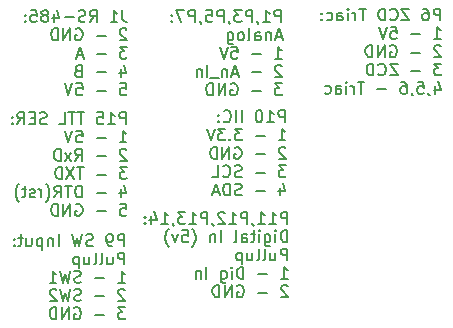
<source format=gbo>
G04 #@! TF.FileFunction,Legend,Bot*
%FSLAX46Y46*%
G04 Gerber Fmt 4.6, Leading zero omitted, Abs format (unit mm)*
G04 Created by KiCad (PCBNEW 4.0.2-stable) date 3/23/2016 2:13:11 PM*
%MOMM*%
G01*
G04 APERTURE LIST*
%ADD10C,0.100000*%
%ADD11C,0.150000*%
G04 APERTURE END LIST*
D10*
D11*
X132299105Y-85337981D02*
X132299105Y-84337981D01*
X131918152Y-84337981D01*
X131822914Y-84385600D01*
X131775295Y-84433219D01*
X131727676Y-84528457D01*
X131727676Y-84671314D01*
X131775295Y-84766552D01*
X131822914Y-84814171D01*
X131918152Y-84861790D01*
X132299105Y-84861790D01*
X130870533Y-84337981D02*
X131061010Y-84337981D01*
X131156248Y-84385600D01*
X131203867Y-84433219D01*
X131299105Y-84576076D01*
X131346724Y-84766552D01*
X131346724Y-85147505D01*
X131299105Y-85242743D01*
X131251486Y-85290362D01*
X131156248Y-85337981D01*
X130965771Y-85337981D01*
X130870533Y-85290362D01*
X130822914Y-85242743D01*
X130775295Y-85147505D01*
X130775295Y-84909410D01*
X130822914Y-84814171D01*
X130870533Y-84766552D01*
X130965771Y-84718933D01*
X131156248Y-84718933D01*
X131251486Y-84766552D01*
X131299105Y-84814171D01*
X131346724Y-84909410D01*
X129680057Y-84337981D02*
X129013390Y-84337981D01*
X129680057Y-85337981D01*
X129013390Y-85337981D01*
X128061009Y-85242743D02*
X128108628Y-85290362D01*
X128251485Y-85337981D01*
X128346723Y-85337981D01*
X128489581Y-85290362D01*
X128584819Y-85195124D01*
X128632438Y-85099886D01*
X128680057Y-84909410D01*
X128680057Y-84766552D01*
X128632438Y-84576076D01*
X128584819Y-84480838D01*
X128489581Y-84385600D01*
X128346723Y-84337981D01*
X128251485Y-84337981D01*
X128108628Y-84385600D01*
X128061009Y-84433219D01*
X127632438Y-85337981D02*
X127632438Y-84337981D01*
X127394343Y-84337981D01*
X127251485Y-84385600D01*
X127156247Y-84480838D01*
X127108628Y-84576076D01*
X127061009Y-84766552D01*
X127061009Y-84909410D01*
X127108628Y-85099886D01*
X127156247Y-85195124D01*
X127251485Y-85290362D01*
X127394343Y-85337981D01*
X127632438Y-85337981D01*
X126013390Y-84337981D02*
X125441961Y-84337981D01*
X125727676Y-85337981D02*
X125727676Y-84337981D01*
X125108628Y-85337981D02*
X125108628Y-84671314D01*
X125108628Y-84861790D02*
X125061009Y-84766552D01*
X125013390Y-84718933D01*
X124918152Y-84671314D01*
X124822913Y-84671314D01*
X124489580Y-85337981D02*
X124489580Y-84671314D01*
X124489580Y-84337981D02*
X124537199Y-84385600D01*
X124489580Y-84433219D01*
X124441961Y-84385600D01*
X124489580Y-84337981D01*
X124489580Y-84433219D01*
X123584818Y-85337981D02*
X123584818Y-84814171D01*
X123632437Y-84718933D01*
X123727675Y-84671314D01*
X123918152Y-84671314D01*
X124013390Y-84718933D01*
X123584818Y-85290362D02*
X123680056Y-85337981D01*
X123918152Y-85337981D01*
X124013390Y-85290362D01*
X124061009Y-85195124D01*
X124061009Y-85099886D01*
X124013390Y-85004648D01*
X123918152Y-84957029D01*
X123680056Y-84957029D01*
X123584818Y-84909410D01*
X122680056Y-85290362D02*
X122775294Y-85337981D01*
X122965771Y-85337981D01*
X123061009Y-85290362D01*
X123108628Y-85242743D01*
X123156247Y-85147505D01*
X123156247Y-84861790D01*
X123108628Y-84766552D01*
X123061009Y-84718933D01*
X122965771Y-84671314D01*
X122775294Y-84671314D01*
X122680056Y-84718933D01*
X122251485Y-85242743D02*
X122203866Y-85290362D01*
X122251485Y-85337981D01*
X122299104Y-85290362D01*
X122251485Y-85242743D01*
X122251485Y-85337981D01*
X122251485Y-84718933D02*
X122203866Y-84766552D01*
X122251485Y-84814171D01*
X122299104Y-84766552D01*
X122251485Y-84718933D01*
X122251485Y-84814171D01*
X131775295Y-86887981D02*
X132346724Y-86887981D01*
X132061010Y-86887981D02*
X132061010Y-85887981D01*
X132156248Y-86030838D01*
X132251486Y-86126076D01*
X132346724Y-86173695D01*
X130584819Y-86507029D02*
X129822914Y-86507029D01*
X128108628Y-85887981D02*
X128584819Y-85887981D01*
X128632438Y-86364171D01*
X128584819Y-86316552D01*
X128489581Y-86268933D01*
X128251485Y-86268933D01*
X128156247Y-86316552D01*
X128108628Y-86364171D01*
X128061009Y-86459410D01*
X128061009Y-86697505D01*
X128108628Y-86792743D01*
X128156247Y-86840362D01*
X128251485Y-86887981D01*
X128489581Y-86887981D01*
X128584819Y-86840362D01*
X128632438Y-86792743D01*
X127775295Y-85887981D02*
X127441962Y-86887981D01*
X127108628Y-85887981D01*
X132346724Y-87533219D02*
X132299105Y-87485600D01*
X132203867Y-87437981D01*
X131965771Y-87437981D01*
X131870533Y-87485600D01*
X131822914Y-87533219D01*
X131775295Y-87628457D01*
X131775295Y-87723695D01*
X131822914Y-87866552D01*
X132394343Y-88437981D01*
X131775295Y-88437981D01*
X130584819Y-88057029D02*
X129822914Y-88057029D01*
X128061009Y-87485600D02*
X128156247Y-87437981D01*
X128299104Y-87437981D01*
X128441962Y-87485600D01*
X128537200Y-87580838D01*
X128584819Y-87676076D01*
X128632438Y-87866552D01*
X128632438Y-88009410D01*
X128584819Y-88199886D01*
X128537200Y-88295124D01*
X128441962Y-88390362D01*
X128299104Y-88437981D01*
X128203866Y-88437981D01*
X128061009Y-88390362D01*
X128013390Y-88342743D01*
X128013390Y-88009410D01*
X128203866Y-88009410D01*
X127584819Y-88437981D02*
X127584819Y-87437981D01*
X127013390Y-88437981D01*
X127013390Y-87437981D01*
X126537200Y-88437981D02*
X126537200Y-87437981D01*
X126299105Y-87437981D01*
X126156247Y-87485600D01*
X126061009Y-87580838D01*
X126013390Y-87676076D01*
X125965771Y-87866552D01*
X125965771Y-88009410D01*
X126013390Y-88199886D01*
X126061009Y-88295124D01*
X126156247Y-88390362D01*
X126299105Y-88437981D01*
X126537200Y-88437981D01*
X132394343Y-88987981D02*
X131775295Y-88987981D01*
X132108629Y-89368933D01*
X131965771Y-89368933D01*
X131870533Y-89416552D01*
X131822914Y-89464171D01*
X131775295Y-89559410D01*
X131775295Y-89797505D01*
X131822914Y-89892743D01*
X131870533Y-89940362D01*
X131965771Y-89987981D01*
X132251486Y-89987981D01*
X132346724Y-89940362D01*
X132394343Y-89892743D01*
X130584819Y-89607029D02*
X129822914Y-89607029D01*
X128680057Y-88987981D02*
X128013390Y-88987981D01*
X128680057Y-89987981D01*
X128013390Y-89987981D01*
X127061009Y-89892743D02*
X127108628Y-89940362D01*
X127251485Y-89987981D01*
X127346723Y-89987981D01*
X127489581Y-89940362D01*
X127584819Y-89845124D01*
X127632438Y-89749886D01*
X127680057Y-89559410D01*
X127680057Y-89416552D01*
X127632438Y-89226076D01*
X127584819Y-89130838D01*
X127489581Y-89035600D01*
X127346723Y-88987981D01*
X127251485Y-88987981D01*
X127108628Y-89035600D01*
X127061009Y-89083219D01*
X126632438Y-89987981D02*
X126632438Y-88987981D01*
X126394343Y-88987981D01*
X126251485Y-89035600D01*
X126156247Y-89130838D01*
X126108628Y-89226076D01*
X126061009Y-89416552D01*
X126061009Y-89559410D01*
X126108628Y-89749886D01*
X126156247Y-89845124D01*
X126251485Y-89940362D01*
X126394343Y-89987981D01*
X126632438Y-89987981D01*
X131870533Y-90871314D02*
X131870533Y-91537981D01*
X132108629Y-90490362D02*
X132346724Y-91204648D01*
X131727676Y-91204648D01*
X131299105Y-91490362D02*
X131299105Y-91537981D01*
X131346724Y-91633219D01*
X131394343Y-91680838D01*
X130394343Y-90537981D02*
X130870534Y-90537981D01*
X130918153Y-91014171D01*
X130870534Y-90966552D01*
X130775296Y-90918933D01*
X130537200Y-90918933D01*
X130441962Y-90966552D01*
X130394343Y-91014171D01*
X130346724Y-91109410D01*
X130346724Y-91347505D01*
X130394343Y-91442743D01*
X130441962Y-91490362D01*
X130537200Y-91537981D01*
X130775296Y-91537981D01*
X130870534Y-91490362D01*
X130918153Y-91442743D01*
X129870534Y-91490362D02*
X129870534Y-91537981D01*
X129918153Y-91633219D01*
X129965772Y-91680838D01*
X129013391Y-90537981D02*
X129203868Y-90537981D01*
X129299106Y-90585600D01*
X129346725Y-90633219D01*
X129441963Y-90776076D01*
X129489582Y-90966552D01*
X129489582Y-91347505D01*
X129441963Y-91442743D01*
X129394344Y-91490362D01*
X129299106Y-91537981D01*
X129108629Y-91537981D01*
X129013391Y-91490362D01*
X128965772Y-91442743D01*
X128918153Y-91347505D01*
X128918153Y-91109410D01*
X128965772Y-91014171D01*
X129013391Y-90966552D01*
X129108629Y-90918933D01*
X129299106Y-90918933D01*
X129394344Y-90966552D01*
X129441963Y-91014171D01*
X129489582Y-91109410D01*
X127727677Y-91157029D02*
X126965772Y-91157029D01*
X125870534Y-90537981D02*
X125299105Y-90537981D01*
X125584820Y-91537981D02*
X125584820Y-90537981D01*
X124965772Y-91537981D02*
X124965772Y-90871314D01*
X124965772Y-91061790D02*
X124918153Y-90966552D01*
X124870534Y-90918933D01*
X124775296Y-90871314D01*
X124680057Y-90871314D01*
X124346724Y-91537981D02*
X124346724Y-90871314D01*
X124346724Y-90537981D02*
X124394343Y-90585600D01*
X124346724Y-90633219D01*
X124299105Y-90585600D01*
X124346724Y-90537981D01*
X124346724Y-90633219D01*
X123441962Y-91537981D02*
X123441962Y-91014171D01*
X123489581Y-90918933D01*
X123584819Y-90871314D01*
X123775296Y-90871314D01*
X123870534Y-90918933D01*
X123441962Y-91490362D02*
X123537200Y-91537981D01*
X123775296Y-91537981D01*
X123870534Y-91490362D01*
X123918153Y-91395124D01*
X123918153Y-91299886D01*
X123870534Y-91204648D01*
X123775296Y-91157029D01*
X123537200Y-91157029D01*
X123441962Y-91109410D01*
X122537200Y-91490362D02*
X122632438Y-91537981D01*
X122822915Y-91537981D01*
X122918153Y-91490362D01*
X122965772Y-91442743D01*
X123013391Y-91347505D01*
X123013391Y-91061790D01*
X122965772Y-90966552D01*
X122918153Y-90918933D01*
X122822915Y-90871314D01*
X122632438Y-90871314D01*
X122537200Y-90918933D01*
X119345105Y-102559181D02*
X119345105Y-101559181D01*
X118964152Y-101559181D01*
X118868914Y-101606800D01*
X118821295Y-101654419D01*
X118773676Y-101749657D01*
X118773676Y-101892514D01*
X118821295Y-101987752D01*
X118868914Y-102035371D01*
X118964152Y-102082990D01*
X119345105Y-102082990D01*
X117821295Y-102559181D02*
X118392724Y-102559181D01*
X118107010Y-102559181D02*
X118107010Y-101559181D01*
X118202248Y-101702038D01*
X118297486Y-101797276D01*
X118392724Y-101844895D01*
X116868914Y-102559181D02*
X117440343Y-102559181D01*
X117154629Y-102559181D02*
X117154629Y-101559181D01*
X117249867Y-101702038D01*
X117345105Y-101797276D01*
X117440343Y-101844895D01*
X116392724Y-102511562D02*
X116392724Y-102559181D01*
X116440343Y-102654419D01*
X116487962Y-102702038D01*
X115964153Y-102559181D02*
X115964153Y-101559181D01*
X115583200Y-101559181D01*
X115487962Y-101606800D01*
X115440343Y-101654419D01*
X115392724Y-101749657D01*
X115392724Y-101892514D01*
X115440343Y-101987752D01*
X115487962Y-102035371D01*
X115583200Y-102082990D01*
X115964153Y-102082990D01*
X114440343Y-102559181D02*
X115011772Y-102559181D01*
X114726058Y-102559181D02*
X114726058Y-101559181D01*
X114821296Y-101702038D01*
X114916534Y-101797276D01*
X115011772Y-101844895D01*
X114059391Y-101654419D02*
X114011772Y-101606800D01*
X113916534Y-101559181D01*
X113678438Y-101559181D01*
X113583200Y-101606800D01*
X113535581Y-101654419D01*
X113487962Y-101749657D01*
X113487962Y-101844895D01*
X113535581Y-101987752D01*
X114107010Y-102559181D01*
X113487962Y-102559181D01*
X113011772Y-102511562D02*
X113011772Y-102559181D01*
X113059391Y-102654419D01*
X113107010Y-102702038D01*
X112583201Y-102559181D02*
X112583201Y-101559181D01*
X112202248Y-101559181D01*
X112107010Y-101606800D01*
X112059391Y-101654419D01*
X112011772Y-101749657D01*
X112011772Y-101892514D01*
X112059391Y-101987752D01*
X112107010Y-102035371D01*
X112202248Y-102082990D01*
X112583201Y-102082990D01*
X111059391Y-102559181D02*
X111630820Y-102559181D01*
X111345106Y-102559181D02*
X111345106Y-101559181D01*
X111440344Y-101702038D01*
X111535582Y-101797276D01*
X111630820Y-101844895D01*
X110726058Y-101559181D02*
X110107010Y-101559181D01*
X110440344Y-101940133D01*
X110297486Y-101940133D01*
X110202248Y-101987752D01*
X110154629Y-102035371D01*
X110107010Y-102130610D01*
X110107010Y-102368705D01*
X110154629Y-102463943D01*
X110202248Y-102511562D01*
X110297486Y-102559181D01*
X110583201Y-102559181D01*
X110678439Y-102511562D01*
X110726058Y-102463943D01*
X109630820Y-102511562D02*
X109630820Y-102559181D01*
X109678439Y-102654419D01*
X109726058Y-102702038D01*
X108678439Y-102559181D02*
X109249868Y-102559181D01*
X108964154Y-102559181D02*
X108964154Y-101559181D01*
X109059392Y-101702038D01*
X109154630Y-101797276D01*
X109249868Y-101844895D01*
X107821296Y-101892514D02*
X107821296Y-102559181D01*
X108059392Y-101511562D02*
X108297487Y-102225848D01*
X107678439Y-102225848D01*
X107297487Y-102463943D02*
X107249868Y-102511562D01*
X107297487Y-102559181D01*
X107345106Y-102511562D01*
X107297487Y-102463943D01*
X107297487Y-102559181D01*
X107297487Y-101940133D02*
X107249868Y-101987752D01*
X107297487Y-102035371D01*
X107345106Y-101987752D01*
X107297487Y-101940133D01*
X107297487Y-102035371D01*
X119345105Y-104109181D02*
X119345105Y-103109181D01*
X119107010Y-103109181D01*
X118964152Y-103156800D01*
X118868914Y-103252038D01*
X118821295Y-103347276D01*
X118773676Y-103537752D01*
X118773676Y-103680610D01*
X118821295Y-103871086D01*
X118868914Y-103966324D01*
X118964152Y-104061562D01*
X119107010Y-104109181D01*
X119345105Y-104109181D01*
X118345105Y-104109181D02*
X118345105Y-103442514D01*
X118345105Y-103109181D02*
X118392724Y-103156800D01*
X118345105Y-103204419D01*
X118297486Y-103156800D01*
X118345105Y-103109181D01*
X118345105Y-103204419D01*
X117440343Y-103442514D02*
X117440343Y-104252038D01*
X117487962Y-104347276D01*
X117535581Y-104394895D01*
X117630820Y-104442514D01*
X117773677Y-104442514D01*
X117868915Y-104394895D01*
X117440343Y-104061562D02*
X117535581Y-104109181D01*
X117726058Y-104109181D01*
X117821296Y-104061562D01*
X117868915Y-104013943D01*
X117916534Y-103918705D01*
X117916534Y-103632990D01*
X117868915Y-103537752D01*
X117821296Y-103490133D01*
X117726058Y-103442514D01*
X117535581Y-103442514D01*
X117440343Y-103490133D01*
X116964153Y-104109181D02*
X116964153Y-103442514D01*
X116964153Y-103109181D02*
X117011772Y-103156800D01*
X116964153Y-103204419D01*
X116916534Y-103156800D01*
X116964153Y-103109181D01*
X116964153Y-103204419D01*
X116630820Y-103442514D02*
X116249868Y-103442514D01*
X116487963Y-103109181D02*
X116487963Y-103966324D01*
X116440344Y-104061562D01*
X116345106Y-104109181D01*
X116249868Y-104109181D01*
X115487962Y-104109181D02*
X115487962Y-103585371D01*
X115535581Y-103490133D01*
X115630819Y-103442514D01*
X115821296Y-103442514D01*
X115916534Y-103490133D01*
X115487962Y-104061562D02*
X115583200Y-104109181D01*
X115821296Y-104109181D01*
X115916534Y-104061562D01*
X115964153Y-103966324D01*
X115964153Y-103871086D01*
X115916534Y-103775848D01*
X115821296Y-103728229D01*
X115583200Y-103728229D01*
X115487962Y-103680610D01*
X114868915Y-104109181D02*
X114964153Y-104061562D01*
X115011772Y-103966324D01*
X115011772Y-103109181D01*
X113726057Y-104109181D02*
X113726057Y-103109181D01*
X113249867Y-103442514D02*
X113249867Y-104109181D01*
X113249867Y-103537752D02*
X113202248Y-103490133D01*
X113107010Y-103442514D01*
X112964152Y-103442514D01*
X112868914Y-103490133D01*
X112821295Y-103585371D01*
X112821295Y-104109181D01*
X111297485Y-104490133D02*
X111345105Y-104442514D01*
X111440343Y-104299657D01*
X111487962Y-104204419D01*
X111535581Y-104061562D01*
X111583200Y-103823467D01*
X111583200Y-103632990D01*
X111535581Y-103394895D01*
X111487962Y-103252038D01*
X111440343Y-103156800D01*
X111345105Y-103013943D01*
X111297485Y-102966324D01*
X110440342Y-103109181D02*
X110916533Y-103109181D01*
X110964152Y-103585371D01*
X110916533Y-103537752D01*
X110821295Y-103490133D01*
X110583199Y-103490133D01*
X110487961Y-103537752D01*
X110440342Y-103585371D01*
X110392723Y-103680610D01*
X110392723Y-103918705D01*
X110440342Y-104013943D01*
X110487961Y-104061562D01*
X110583199Y-104109181D01*
X110821295Y-104109181D01*
X110916533Y-104061562D01*
X110964152Y-104013943D01*
X110059390Y-103442514D02*
X109821295Y-104109181D01*
X109583199Y-103442514D01*
X109297485Y-104490133D02*
X109249866Y-104442514D01*
X109154628Y-104299657D01*
X109107009Y-104204419D01*
X109059390Y-104061562D01*
X109011771Y-103823467D01*
X109011771Y-103632990D01*
X109059390Y-103394895D01*
X109107009Y-103252038D01*
X109154628Y-103156800D01*
X109249866Y-103013943D01*
X109297485Y-102966324D01*
X119345105Y-105659181D02*
X119345105Y-104659181D01*
X118964152Y-104659181D01*
X118868914Y-104706800D01*
X118821295Y-104754419D01*
X118773676Y-104849657D01*
X118773676Y-104992514D01*
X118821295Y-105087752D01*
X118868914Y-105135371D01*
X118964152Y-105182990D01*
X119345105Y-105182990D01*
X117916533Y-104992514D02*
X117916533Y-105659181D01*
X118345105Y-104992514D02*
X118345105Y-105516324D01*
X118297486Y-105611562D01*
X118202248Y-105659181D01*
X118059390Y-105659181D01*
X117964152Y-105611562D01*
X117916533Y-105563943D01*
X117297486Y-105659181D02*
X117392724Y-105611562D01*
X117440343Y-105516324D01*
X117440343Y-104659181D01*
X116773676Y-105659181D02*
X116868914Y-105611562D01*
X116916533Y-105516324D01*
X116916533Y-104659181D01*
X115964151Y-104992514D02*
X115964151Y-105659181D01*
X116392723Y-104992514D02*
X116392723Y-105516324D01*
X116345104Y-105611562D01*
X116249866Y-105659181D01*
X116107008Y-105659181D01*
X116011770Y-105611562D01*
X115964151Y-105563943D01*
X115487961Y-104992514D02*
X115487961Y-105992514D01*
X115487961Y-105040133D02*
X115392723Y-104992514D01*
X115202246Y-104992514D01*
X115107008Y-105040133D01*
X115059389Y-105087752D01*
X115011770Y-105182990D01*
X115011770Y-105468705D01*
X115059389Y-105563943D01*
X115107008Y-105611562D01*
X115202246Y-105659181D01*
X115392723Y-105659181D01*
X115487961Y-105611562D01*
X118821295Y-107209181D02*
X119392724Y-107209181D01*
X119107010Y-107209181D02*
X119107010Y-106209181D01*
X119202248Y-106352038D01*
X119297486Y-106447276D01*
X119392724Y-106494895D01*
X117630819Y-106828229D02*
X116868914Y-106828229D01*
X115630819Y-107209181D02*
X115630819Y-106209181D01*
X115392724Y-106209181D01*
X115249866Y-106256800D01*
X115154628Y-106352038D01*
X115107009Y-106447276D01*
X115059390Y-106637752D01*
X115059390Y-106780610D01*
X115107009Y-106971086D01*
X115154628Y-107066324D01*
X115249866Y-107161562D01*
X115392724Y-107209181D01*
X115630819Y-107209181D01*
X114630819Y-107209181D02*
X114630819Y-106542514D01*
X114630819Y-106209181D02*
X114678438Y-106256800D01*
X114630819Y-106304419D01*
X114583200Y-106256800D01*
X114630819Y-106209181D01*
X114630819Y-106304419D01*
X113726057Y-106542514D02*
X113726057Y-107352038D01*
X113773676Y-107447276D01*
X113821295Y-107494895D01*
X113916534Y-107542514D01*
X114059391Y-107542514D01*
X114154629Y-107494895D01*
X113726057Y-107161562D02*
X113821295Y-107209181D01*
X114011772Y-107209181D01*
X114107010Y-107161562D01*
X114154629Y-107113943D01*
X114202248Y-107018705D01*
X114202248Y-106732990D01*
X114154629Y-106637752D01*
X114107010Y-106590133D01*
X114011772Y-106542514D01*
X113821295Y-106542514D01*
X113726057Y-106590133D01*
X112487962Y-107209181D02*
X112487962Y-106209181D01*
X112011772Y-106542514D02*
X112011772Y-107209181D01*
X112011772Y-106637752D02*
X111964153Y-106590133D01*
X111868915Y-106542514D01*
X111726057Y-106542514D01*
X111630819Y-106590133D01*
X111583200Y-106685371D01*
X111583200Y-107209181D01*
X119392724Y-107854419D02*
X119345105Y-107806800D01*
X119249867Y-107759181D01*
X119011771Y-107759181D01*
X118916533Y-107806800D01*
X118868914Y-107854419D01*
X118821295Y-107949657D01*
X118821295Y-108044895D01*
X118868914Y-108187752D01*
X119440343Y-108759181D01*
X118821295Y-108759181D01*
X117630819Y-108378229D02*
X116868914Y-108378229D01*
X115107009Y-107806800D02*
X115202247Y-107759181D01*
X115345104Y-107759181D01*
X115487962Y-107806800D01*
X115583200Y-107902038D01*
X115630819Y-107997276D01*
X115678438Y-108187752D01*
X115678438Y-108330610D01*
X115630819Y-108521086D01*
X115583200Y-108616324D01*
X115487962Y-108711562D01*
X115345104Y-108759181D01*
X115249866Y-108759181D01*
X115107009Y-108711562D01*
X115059390Y-108663943D01*
X115059390Y-108330610D01*
X115249866Y-108330610D01*
X114630819Y-108759181D02*
X114630819Y-107759181D01*
X114059390Y-108759181D01*
X114059390Y-107759181D01*
X113583200Y-108759181D02*
X113583200Y-107759181D01*
X113345105Y-107759181D01*
X113202247Y-107806800D01*
X113107009Y-107902038D01*
X113059390Y-107997276D01*
X113011771Y-108187752D01*
X113011771Y-108330610D01*
X113059390Y-108521086D01*
X113107009Y-108616324D01*
X113202247Y-108711562D01*
X113345105Y-108759181D01*
X113583200Y-108759181D01*
X119141905Y-93948581D02*
X119141905Y-92948581D01*
X118760952Y-92948581D01*
X118665714Y-92996200D01*
X118618095Y-93043819D01*
X118570476Y-93139057D01*
X118570476Y-93281914D01*
X118618095Y-93377152D01*
X118665714Y-93424771D01*
X118760952Y-93472390D01*
X119141905Y-93472390D01*
X117618095Y-93948581D02*
X118189524Y-93948581D01*
X117903810Y-93948581D02*
X117903810Y-92948581D01*
X117999048Y-93091438D01*
X118094286Y-93186676D01*
X118189524Y-93234295D01*
X116999048Y-92948581D02*
X116903809Y-92948581D01*
X116808571Y-92996200D01*
X116760952Y-93043819D01*
X116713333Y-93139057D01*
X116665714Y-93329533D01*
X116665714Y-93567629D01*
X116713333Y-93758105D01*
X116760952Y-93853343D01*
X116808571Y-93900962D01*
X116903809Y-93948581D01*
X116999048Y-93948581D01*
X117094286Y-93900962D01*
X117141905Y-93853343D01*
X117189524Y-93758105D01*
X117237143Y-93567629D01*
X117237143Y-93329533D01*
X117189524Y-93139057D01*
X117141905Y-93043819D01*
X117094286Y-92996200D01*
X116999048Y-92948581D01*
X115475238Y-93948581D02*
X115475238Y-92948581D01*
X114999048Y-93948581D02*
X114999048Y-92948581D01*
X113951429Y-93853343D02*
X113999048Y-93900962D01*
X114141905Y-93948581D01*
X114237143Y-93948581D01*
X114380001Y-93900962D01*
X114475239Y-93805724D01*
X114522858Y-93710486D01*
X114570477Y-93520010D01*
X114570477Y-93377152D01*
X114522858Y-93186676D01*
X114475239Y-93091438D01*
X114380001Y-92996200D01*
X114237143Y-92948581D01*
X114141905Y-92948581D01*
X113999048Y-92996200D01*
X113951429Y-93043819D01*
X113522858Y-93853343D02*
X113475239Y-93900962D01*
X113522858Y-93948581D01*
X113570477Y-93900962D01*
X113522858Y-93853343D01*
X113522858Y-93948581D01*
X113522858Y-93329533D02*
X113475239Y-93377152D01*
X113522858Y-93424771D01*
X113570477Y-93377152D01*
X113522858Y-93329533D01*
X113522858Y-93424771D01*
X118618095Y-95498581D02*
X119189524Y-95498581D01*
X118903810Y-95498581D02*
X118903810Y-94498581D01*
X118999048Y-94641438D01*
X119094286Y-94736676D01*
X119189524Y-94784295D01*
X117427619Y-95117629D02*
X116665714Y-95117629D01*
X115522857Y-94498581D02*
X114903809Y-94498581D01*
X115237143Y-94879533D01*
X115094285Y-94879533D01*
X114999047Y-94927152D01*
X114951428Y-94974771D01*
X114903809Y-95070010D01*
X114903809Y-95308105D01*
X114951428Y-95403343D01*
X114999047Y-95450962D01*
X115094285Y-95498581D01*
X115380000Y-95498581D01*
X115475238Y-95450962D01*
X115522857Y-95403343D01*
X114475238Y-95403343D02*
X114427619Y-95450962D01*
X114475238Y-95498581D01*
X114522857Y-95450962D01*
X114475238Y-95403343D01*
X114475238Y-95498581D01*
X114094286Y-94498581D02*
X113475238Y-94498581D01*
X113808572Y-94879533D01*
X113665714Y-94879533D01*
X113570476Y-94927152D01*
X113522857Y-94974771D01*
X113475238Y-95070010D01*
X113475238Y-95308105D01*
X113522857Y-95403343D01*
X113570476Y-95450962D01*
X113665714Y-95498581D01*
X113951429Y-95498581D01*
X114046667Y-95450962D01*
X114094286Y-95403343D01*
X113189524Y-94498581D02*
X112856191Y-95498581D01*
X112522857Y-94498581D01*
X119189524Y-96143819D02*
X119141905Y-96096200D01*
X119046667Y-96048581D01*
X118808571Y-96048581D01*
X118713333Y-96096200D01*
X118665714Y-96143819D01*
X118618095Y-96239057D01*
X118618095Y-96334295D01*
X118665714Y-96477152D01*
X119237143Y-97048581D01*
X118618095Y-97048581D01*
X117427619Y-96667629D02*
X116665714Y-96667629D01*
X114903809Y-96096200D02*
X114999047Y-96048581D01*
X115141904Y-96048581D01*
X115284762Y-96096200D01*
X115380000Y-96191438D01*
X115427619Y-96286676D01*
X115475238Y-96477152D01*
X115475238Y-96620010D01*
X115427619Y-96810486D01*
X115380000Y-96905724D01*
X115284762Y-97000962D01*
X115141904Y-97048581D01*
X115046666Y-97048581D01*
X114903809Y-97000962D01*
X114856190Y-96953343D01*
X114856190Y-96620010D01*
X115046666Y-96620010D01*
X114427619Y-97048581D02*
X114427619Y-96048581D01*
X113856190Y-97048581D01*
X113856190Y-96048581D01*
X113380000Y-97048581D02*
X113380000Y-96048581D01*
X113141905Y-96048581D01*
X112999047Y-96096200D01*
X112903809Y-96191438D01*
X112856190Y-96286676D01*
X112808571Y-96477152D01*
X112808571Y-96620010D01*
X112856190Y-96810486D01*
X112903809Y-96905724D01*
X112999047Y-97000962D01*
X113141905Y-97048581D01*
X113380000Y-97048581D01*
X119237143Y-97598581D02*
X118618095Y-97598581D01*
X118951429Y-97979533D01*
X118808571Y-97979533D01*
X118713333Y-98027152D01*
X118665714Y-98074771D01*
X118618095Y-98170010D01*
X118618095Y-98408105D01*
X118665714Y-98503343D01*
X118713333Y-98550962D01*
X118808571Y-98598581D01*
X119094286Y-98598581D01*
X119189524Y-98550962D01*
X119237143Y-98503343D01*
X117427619Y-98217629D02*
X116665714Y-98217629D01*
X115475238Y-98550962D02*
X115332381Y-98598581D01*
X115094285Y-98598581D01*
X114999047Y-98550962D01*
X114951428Y-98503343D01*
X114903809Y-98408105D01*
X114903809Y-98312867D01*
X114951428Y-98217629D01*
X114999047Y-98170010D01*
X115094285Y-98122390D01*
X115284762Y-98074771D01*
X115380000Y-98027152D01*
X115427619Y-97979533D01*
X115475238Y-97884295D01*
X115475238Y-97789057D01*
X115427619Y-97693819D01*
X115380000Y-97646200D01*
X115284762Y-97598581D01*
X115046666Y-97598581D01*
X114903809Y-97646200D01*
X113903809Y-98503343D02*
X113951428Y-98550962D01*
X114094285Y-98598581D01*
X114189523Y-98598581D01*
X114332381Y-98550962D01*
X114427619Y-98455724D01*
X114475238Y-98360486D01*
X114522857Y-98170010D01*
X114522857Y-98027152D01*
X114475238Y-97836676D01*
X114427619Y-97741438D01*
X114332381Y-97646200D01*
X114189523Y-97598581D01*
X114094285Y-97598581D01*
X113951428Y-97646200D01*
X113903809Y-97693819D01*
X112999047Y-98598581D02*
X113475238Y-98598581D01*
X113475238Y-97598581D01*
X118713333Y-99481914D02*
X118713333Y-100148581D01*
X118951429Y-99100962D02*
X119189524Y-99815248D01*
X118570476Y-99815248D01*
X117427619Y-99767629D02*
X116665714Y-99767629D01*
X115475238Y-100100962D02*
X115332381Y-100148581D01*
X115094285Y-100148581D01*
X114999047Y-100100962D01*
X114951428Y-100053343D01*
X114903809Y-99958105D01*
X114903809Y-99862867D01*
X114951428Y-99767629D01*
X114999047Y-99720010D01*
X115094285Y-99672390D01*
X115284762Y-99624771D01*
X115380000Y-99577152D01*
X115427619Y-99529533D01*
X115475238Y-99434295D01*
X115475238Y-99339057D01*
X115427619Y-99243819D01*
X115380000Y-99196200D01*
X115284762Y-99148581D01*
X115046666Y-99148581D01*
X114903809Y-99196200D01*
X114475238Y-100148581D02*
X114475238Y-99148581D01*
X114237143Y-99148581D01*
X114094285Y-99196200D01*
X113999047Y-99291438D01*
X113951428Y-99386676D01*
X113903809Y-99577152D01*
X113903809Y-99720010D01*
X113951428Y-99910486D01*
X113999047Y-100005724D01*
X114094285Y-100100962D01*
X114237143Y-100148581D01*
X114475238Y-100148581D01*
X113522857Y-99862867D02*
X113046666Y-99862867D01*
X113618095Y-100148581D02*
X113284762Y-99148581D01*
X112951428Y-100148581D01*
X118811705Y-85464981D02*
X118811705Y-84464981D01*
X118430752Y-84464981D01*
X118335514Y-84512600D01*
X118287895Y-84560219D01*
X118240276Y-84655457D01*
X118240276Y-84798314D01*
X118287895Y-84893552D01*
X118335514Y-84941171D01*
X118430752Y-84988790D01*
X118811705Y-84988790D01*
X117287895Y-85464981D02*
X117859324Y-85464981D01*
X117573610Y-85464981D02*
X117573610Y-84464981D01*
X117668848Y-84607838D01*
X117764086Y-84703076D01*
X117859324Y-84750695D01*
X116811705Y-85417362D02*
X116811705Y-85464981D01*
X116859324Y-85560219D01*
X116906943Y-85607838D01*
X116383134Y-85464981D02*
X116383134Y-84464981D01*
X116002181Y-84464981D01*
X115906943Y-84512600D01*
X115859324Y-84560219D01*
X115811705Y-84655457D01*
X115811705Y-84798314D01*
X115859324Y-84893552D01*
X115906943Y-84941171D01*
X116002181Y-84988790D01*
X116383134Y-84988790D01*
X115478372Y-84464981D02*
X114859324Y-84464981D01*
X115192658Y-84845933D01*
X115049800Y-84845933D01*
X114954562Y-84893552D01*
X114906943Y-84941171D01*
X114859324Y-85036410D01*
X114859324Y-85274505D01*
X114906943Y-85369743D01*
X114954562Y-85417362D01*
X115049800Y-85464981D01*
X115335515Y-85464981D01*
X115430753Y-85417362D01*
X115478372Y-85369743D01*
X114383134Y-85417362D02*
X114383134Y-85464981D01*
X114430753Y-85560219D01*
X114478372Y-85607838D01*
X113954563Y-85464981D02*
X113954563Y-84464981D01*
X113573610Y-84464981D01*
X113478372Y-84512600D01*
X113430753Y-84560219D01*
X113383134Y-84655457D01*
X113383134Y-84798314D01*
X113430753Y-84893552D01*
X113478372Y-84941171D01*
X113573610Y-84988790D01*
X113954563Y-84988790D01*
X112478372Y-84464981D02*
X112954563Y-84464981D01*
X113002182Y-84941171D01*
X112954563Y-84893552D01*
X112859325Y-84845933D01*
X112621229Y-84845933D01*
X112525991Y-84893552D01*
X112478372Y-84941171D01*
X112430753Y-85036410D01*
X112430753Y-85274505D01*
X112478372Y-85369743D01*
X112525991Y-85417362D01*
X112621229Y-85464981D01*
X112859325Y-85464981D01*
X112954563Y-85417362D01*
X113002182Y-85369743D01*
X111954563Y-85417362D02*
X111954563Y-85464981D01*
X112002182Y-85560219D01*
X112049801Y-85607838D01*
X111525992Y-85464981D02*
X111525992Y-84464981D01*
X111145039Y-84464981D01*
X111049801Y-84512600D01*
X111002182Y-84560219D01*
X110954563Y-84655457D01*
X110954563Y-84798314D01*
X111002182Y-84893552D01*
X111049801Y-84941171D01*
X111145039Y-84988790D01*
X111525992Y-84988790D01*
X110621230Y-84464981D02*
X109954563Y-84464981D01*
X110383135Y-85464981D01*
X109573611Y-85369743D02*
X109525992Y-85417362D01*
X109573611Y-85464981D01*
X109621230Y-85417362D01*
X109573611Y-85369743D01*
X109573611Y-85464981D01*
X109573611Y-84845933D02*
X109525992Y-84893552D01*
X109573611Y-84941171D01*
X109621230Y-84893552D01*
X109573611Y-84845933D01*
X109573611Y-84941171D01*
X118859324Y-86729267D02*
X118383133Y-86729267D01*
X118954562Y-87014981D02*
X118621229Y-86014981D01*
X118287895Y-87014981D01*
X117954562Y-86348314D02*
X117954562Y-87014981D01*
X117954562Y-86443552D02*
X117906943Y-86395933D01*
X117811705Y-86348314D01*
X117668847Y-86348314D01*
X117573609Y-86395933D01*
X117525990Y-86491171D01*
X117525990Y-87014981D01*
X116621228Y-87014981D02*
X116621228Y-86491171D01*
X116668847Y-86395933D01*
X116764085Y-86348314D01*
X116954562Y-86348314D01*
X117049800Y-86395933D01*
X116621228Y-86967362D02*
X116716466Y-87014981D01*
X116954562Y-87014981D01*
X117049800Y-86967362D01*
X117097419Y-86872124D01*
X117097419Y-86776886D01*
X117049800Y-86681648D01*
X116954562Y-86634029D01*
X116716466Y-86634029D01*
X116621228Y-86586410D01*
X116002181Y-87014981D02*
X116097419Y-86967362D01*
X116145038Y-86872124D01*
X116145038Y-86014981D01*
X115478371Y-87014981D02*
X115573609Y-86967362D01*
X115621228Y-86919743D01*
X115668847Y-86824505D01*
X115668847Y-86538790D01*
X115621228Y-86443552D01*
X115573609Y-86395933D01*
X115478371Y-86348314D01*
X115335513Y-86348314D01*
X115240275Y-86395933D01*
X115192656Y-86443552D01*
X115145037Y-86538790D01*
X115145037Y-86824505D01*
X115192656Y-86919743D01*
X115240275Y-86967362D01*
X115335513Y-87014981D01*
X115478371Y-87014981D01*
X114287894Y-86348314D02*
X114287894Y-87157838D01*
X114335513Y-87253076D01*
X114383132Y-87300695D01*
X114478371Y-87348314D01*
X114621228Y-87348314D01*
X114716466Y-87300695D01*
X114287894Y-86967362D02*
X114383132Y-87014981D01*
X114573609Y-87014981D01*
X114668847Y-86967362D01*
X114716466Y-86919743D01*
X114764085Y-86824505D01*
X114764085Y-86538790D01*
X114716466Y-86443552D01*
X114668847Y-86395933D01*
X114573609Y-86348314D01*
X114383132Y-86348314D01*
X114287894Y-86395933D01*
X118287895Y-88564981D02*
X118859324Y-88564981D01*
X118573610Y-88564981D02*
X118573610Y-87564981D01*
X118668848Y-87707838D01*
X118764086Y-87803076D01*
X118859324Y-87850695D01*
X117097419Y-88184029D02*
X116335514Y-88184029D01*
X114621228Y-87564981D02*
X115097419Y-87564981D01*
X115145038Y-88041171D01*
X115097419Y-87993552D01*
X115002181Y-87945933D01*
X114764085Y-87945933D01*
X114668847Y-87993552D01*
X114621228Y-88041171D01*
X114573609Y-88136410D01*
X114573609Y-88374505D01*
X114621228Y-88469743D01*
X114668847Y-88517362D01*
X114764085Y-88564981D01*
X115002181Y-88564981D01*
X115097419Y-88517362D01*
X115145038Y-88469743D01*
X114287895Y-87564981D02*
X113954562Y-88564981D01*
X113621228Y-87564981D01*
X118859324Y-89210219D02*
X118811705Y-89162600D01*
X118716467Y-89114981D01*
X118478371Y-89114981D01*
X118383133Y-89162600D01*
X118335514Y-89210219D01*
X118287895Y-89305457D01*
X118287895Y-89400695D01*
X118335514Y-89543552D01*
X118906943Y-90114981D01*
X118287895Y-90114981D01*
X117097419Y-89734029D02*
X116335514Y-89734029D01*
X115145038Y-89829267D02*
X114668847Y-89829267D01*
X115240276Y-90114981D02*
X114906943Y-89114981D01*
X114573609Y-90114981D01*
X114240276Y-89448314D02*
X114240276Y-90114981D01*
X114240276Y-89543552D02*
X114192657Y-89495933D01*
X114097419Y-89448314D01*
X113954561Y-89448314D01*
X113859323Y-89495933D01*
X113811704Y-89591171D01*
X113811704Y-90114981D01*
X113573609Y-90210219D02*
X112811704Y-90210219D01*
X112573609Y-90114981D02*
X112573609Y-89114981D01*
X112097419Y-89448314D02*
X112097419Y-90114981D01*
X112097419Y-89543552D02*
X112049800Y-89495933D01*
X111954562Y-89448314D01*
X111811704Y-89448314D01*
X111716466Y-89495933D01*
X111668847Y-89591171D01*
X111668847Y-90114981D01*
X118906943Y-90664981D02*
X118287895Y-90664981D01*
X118621229Y-91045933D01*
X118478371Y-91045933D01*
X118383133Y-91093552D01*
X118335514Y-91141171D01*
X118287895Y-91236410D01*
X118287895Y-91474505D01*
X118335514Y-91569743D01*
X118383133Y-91617362D01*
X118478371Y-91664981D01*
X118764086Y-91664981D01*
X118859324Y-91617362D01*
X118906943Y-91569743D01*
X117097419Y-91284029D02*
X116335514Y-91284029D01*
X114573609Y-90712600D02*
X114668847Y-90664981D01*
X114811704Y-90664981D01*
X114954562Y-90712600D01*
X115049800Y-90807838D01*
X115097419Y-90903076D01*
X115145038Y-91093552D01*
X115145038Y-91236410D01*
X115097419Y-91426886D01*
X115049800Y-91522124D01*
X114954562Y-91617362D01*
X114811704Y-91664981D01*
X114716466Y-91664981D01*
X114573609Y-91617362D01*
X114525990Y-91569743D01*
X114525990Y-91236410D01*
X114716466Y-91236410D01*
X114097419Y-91664981D02*
X114097419Y-90664981D01*
X113525990Y-91664981D01*
X113525990Y-90664981D01*
X113049800Y-91664981D02*
X113049800Y-90664981D01*
X112811705Y-90664981D01*
X112668847Y-90712600D01*
X112573609Y-90807838D01*
X112525990Y-90903076D01*
X112478371Y-91093552D01*
X112478371Y-91236410D01*
X112525990Y-91426886D01*
X112573609Y-91522124D01*
X112668847Y-91617362D01*
X112811705Y-91664981D01*
X113049800Y-91664981D01*
X105552905Y-104438781D02*
X105552905Y-103438781D01*
X105171952Y-103438781D01*
X105076714Y-103486400D01*
X105029095Y-103534019D01*
X104981476Y-103629257D01*
X104981476Y-103772114D01*
X105029095Y-103867352D01*
X105076714Y-103914971D01*
X105171952Y-103962590D01*
X105552905Y-103962590D01*
X104505286Y-104438781D02*
X104314810Y-104438781D01*
X104219571Y-104391162D01*
X104171952Y-104343543D01*
X104076714Y-104200686D01*
X104029095Y-104010210D01*
X104029095Y-103629257D01*
X104076714Y-103534019D01*
X104124333Y-103486400D01*
X104219571Y-103438781D01*
X104410048Y-103438781D01*
X104505286Y-103486400D01*
X104552905Y-103534019D01*
X104600524Y-103629257D01*
X104600524Y-103867352D01*
X104552905Y-103962590D01*
X104505286Y-104010210D01*
X104410048Y-104057829D01*
X104219571Y-104057829D01*
X104124333Y-104010210D01*
X104076714Y-103962590D01*
X104029095Y-103867352D01*
X102886238Y-104391162D02*
X102743381Y-104438781D01*
X102505285Y-104438781D01*
X102410047Y-104391162D01*
X102362428Y-104343543D01*
X102314809Y-104248305D01*
X102314809Y-104153067D01*
X102362428Y-104057829D01*
X102410047Y-104010210D01*
X102505285Y-103962590D01*
X102695762Y-103914971D01*
X102791000Y-103867352D01*
X102838619Y-103819733D01*
X102886238Y-103724495D01*
X102886238Y-103629257D01*
X102838619Y-103534019D01*
X102791000Y-103486400D01*
X102695762Y-103438781D01*
X102457666Y-103438781D01*
X102314809Y-103486400D01*
X101981476Y-103438781D02*
X101743381Y-104438781D01*
X101552904Y-103724495D01*
X101362428Y-104438781D01*
X101124333Y-103438781D01*
X99981476Y-104438781D02*
X99981476Y-103438781D01*
X99505286Y-103772114D02*
X99505286Y-104438781D01*
X99505286Y-103867352D02*
X99457667Y-103819733D01*
X99362429Y-103772114D01*
X99219571Y-103772114D01*
X99124333Y-103819733D01*
X99076714Y-103914971D01*
X99076714Y-104438781D01*
X98600524Y-103772114D02*
X98600524Y-104772114D01*
X98600524Y-103819733D02*
X98505286Y-103772114D01*
X98314809Y-103772114D01*
X98219571Y-103819733D01*
X98171952Y-103867352D01*
X98124333Y-103962590D01*
X98124333Y-104248305D01*
X98171952Y-104343543D01*
X98219571Y-104391162D01*
X98314809Y-104438781D01*
X98505286Y-104438781D01*
X98600524Y-104391162D01*
X97267190Y-103772114D02*
X97267190Y-104438781D01*
X97695762Y-103772114D02*
X97695762Y-104295924D01*
X97648143Y-104391162D01*
X97552905Y-104438781D01*
X97410047Y-104438781D01*
X97314809Y-104391162D01*
X97267190Y-104343543D01*
X96933857Y-103772114D02*
X96552905Y-103772114D01*
X96791000Y-103438781D02*
X96791000Y-104295924D01*
X96743381Y-104391162D01*
X96648143Y-104438781D01*
X96552905Y-104438781D01*
X96219571Y-104343543D02*
X96171952Y-104391162D01*
X96219571Y-104438781D01*
X96267190Y-104391162D01*
X96219571Y-104343543D01*
X96219571Y-104438781D01*
X96219571Y-103819733D02*
X96171952Y-103867352D01*
X96219571Y-103914971D01*
X96267190Y-103867352D01*
X96219571Y-103819733D01*
X96219571Y-103914971D01*
X105552905Y-105988781D02*
X105552905Y-104988781D01*
X105171952Y-104988781D01*
X105076714Y-105036400D01*
X105029095Y-105084019D01*
X104981476Y-105179257D01*
X104981476Y-105322114D01*
X105029095Y-105417352D01*
X105076714Y-105464971D01*
X105171952Y-105512590D01*
X105552905Y-105512590D01*
X104124333Y-105322114D02*
X104124333Y-105988781D01*
X104552905Y-105322114D02*
X104552905Y-105845924D01*
X104505286Y-105941162D01*
X104410048Y-105988781D01*
X104267190Y-105988781D01*
X104171952Y-105941162D01*
X104124333Y-105893543D01*
X103505286Y-105988781D02*
X103600524Y-105941162D01*
X103648143Y-105845924D01*
X103648143Y-104988781D01*
X102981476Y-105988781D02*
X103076714Y-105941162D01*
X103124333Y-105845924D01*
X103124333Y-104988781D01*
X102171951Y-105322114D02*
X102171951Y-105988781D01*
X102600523Y-105322114D02*
X102600523Y-105845924D01*
X102552904Y-105941162D01*
X102457666Y-105988781D01*
X102314808Y-105988781D01*
X102219570Y-105941162D01*
X102171951Y-105893543D01*
X101695761Y-105322114D02*
X101695761Y-106322114D01*
X101695761Y-105369733D02*
X101600523Y-105322114D01*
X101410046Y-105322114D01*
X101314808Y-105369733D01*
X101267189Y-105417352D01*
X101219570Y-105512590D01*
X101219570Y-105798305D01*
X101267189Y-105893543D01*
X101314808Y-105941162D01*
X101410046Y-105988781D01*
X101600523Y-105988781D01*
X101695761Y-105941162D01*
X105029095Y-107538781D02*
X105600524Y-107538781D01*
X105314810Y-107538781D02*
X105314810Y-106538781D01*
X105410048Y-106681638D01*
X105505286Y-106776876D01*
X105600524Y-106824495D01*
X103838619Y-107157829D02*
X103076714Y-107157829D01*
X101886238Y-107491162D02*
X101743381Y-107538781D01*
X101505285Y-107538781D01*
X101410047Y-107491162D01*
X101362428Y-107443543D01*
X101314809Y-107348305D01*
X101314809Y-107253067D01*
X101362428Y-107157829D01*
X101410047Y-107110210D01*
X101505285Y-107062590D01*
X101695762Y-107014971D01*
X101791000Y-106967352D01*
X101838619Y-106919733D01*
X101886238Y-106824495D01*
X101886238Y-106729257D01*
X101838619Y-106634019D01*
X101791000Y-106586400D01*
X101695762Y-106538781D01*
X101457666Y-106538781D01*
X101314809Y-106586400D01*
X100981476Y-106538781D02*
X100743381Y-107538781D01*
X100552904Y-106824495D01*
X100362428Y-107538781D01*
X100124333Y-106538781D01*
X99219571Y-107538781D02*
X99791000Y-107538781D01*
X99505286Y-107538781D02*
X99505286Y-106538781D01*
X99600524Y-106681638D01*
X99695762Y-106776876D01*
X99791000Y-106824495D01*
X105600524Y-108184019D02*
X105552905Y-108136400D01*
X105457667Y-108088781D01*
X105219571Y-108088781D01*
X105124333Y-108136400D01*
X105076714Y-108184019D01*
X105029095Y-108279257D01*
X105029095Y-108374495D01*
X105076714Y-108517352D01*
X105648143Y-109088781D01*
X105029095Y-109088781D01*
X103838619Y-108707829D02*
X103076714Y-108707829D01*
X101886238Y-109041162D02*
X101743381Y-109088781D01*
X101505285Y-109088781D01*
X101410047Y-109041162D01*
X101362428Y-108993543D01*
X101314809Y-108898305D01*
X101314809Y-108803067D01*
X101362428Y-108707829D01*
X101410047Y-108660210D01*
X101505285Y-108612590D01*
X101695762Y-108564971D01*
X101791000Y-108517352D01*
X101838619Y-108469733D01*
X101886238Y-108374495D01*
X101886238Y-108279257D01*
X101838619Y-108184019D01*
X101791000Y-108136400D01*
X101695762Y-108088781D01*
X101457666Y-108088781D01*
X101314809Y-108136400D01*
X100981476Y-108088781D02*
X100743381Y-109088781D01*
X100552904Y-108374495D01*
X100362428Y-109088781D01*
X100124333Y-108088781D01*
X99791000Y-108184019D02*
X99743381Y-108136400D01*
X99648143Y-108088781D01*
X99410047Y-108088781D01*
X99314809Y-108136400D01*
X99267190Y-108184019D01*
X99219571Y-108279257D01*
X99219571Y-108374495D01*
X99267190Y-108517352D01*
X99838619Y-109088781D01*
X99219571Y-109088781D01*
X105648143Y-109638781D02*
X105029095Y-109638781D01*
X105362429Y-110019733D01*
X105219571Y-110019733D01*
X105124333Y-110067352D01*
X105076714Y-110114971D01*
X105029095Y-110210210D01*
X105029095Y-110448305D01*
X105076714Y-110543543D01*
X105124333Y-110591162D01*
X105219571Y-110638781D01*
X105505286Y-110638781D01*
X105600524Y-110591162D01*
X105648143Y-110543543D01*
X103838619Y-110257829D02*
X103076714Y-110257829D01*
X101314809Y-109686400D02*
X101410047Y-109638781D01*
X101552904Y-109638781D01*
X101695762Y-109686400D01*
X101791000Y-109781638D01*
X101838619Y-109876876D01*
X101886238Y-110067352D01*
X101886238Y-110210210D01*
X101838619Y-110400686D01*
X101791000Y-110495924D01*
X101695762Y-110591162D01*
X101552904Y-110638781D01*
X101457666Y-110638781D01*
X101314809Y-110591162D01*
X101267190Y-110543543D01*
X101267190Y-110210210D01*
X101457666Y-110210210D01*
X100838619Y-110638781D02*
X100838619Y-109638781D01*
X100267190Y-110638781D01*
X100267190Y-109638781D01*
X99791000Y-110638781D02*
X99791000Y-109638781D01*
X99552905Y-109638781D01*
X99410047Y-109686400D01*
X99314809Y-109781638D01*
X99267190Y-109876876D01*
X99219571Y-110067352D01*
X99219571Y-110210210D01*
X99267190Y-110400686D01*
X99314809Y-110495924D01*
X99410047Y-110591162D01*
X99552905Y-110638781D01*
X99791000Y-110638781D01*
X105679905Y-94113381D02*
X105679905Y-93113381D01*
X105298952Y-93113381D01*
X105203714Y-93161000D01*
X105156095Y-93208619D01*
X105108476Y-93303857D01*
X105108476Y-93446714D01*
X105156095Y-93541952D01*
X105203714Y-93589571D01*
X105298952Y-93637190D01*
X105679905Y-93637190D01*
X104156095Y-94113381D02*
X104727524Y-94113381D01*
X104441810Y-94113381D02*
X104441810Y-93113381D01*
X104537048Y-93256238D01*
X104632286Y-93351476D01*
X104727524Y-93399095D01*
X103251333Y-93113381D02*
X103727524Y-93113381D01*
X103775143Y-93589571D01*
X103727524Y-93541952D01*
X103632286Y-93494333D01*
X103394190Y-93494333D01*
X103298952Y-93541952D01*
X103251333Y-93589571D01*
X103203714Y-93684810D01*
X103203714Y-93922905D01*
X103251333Y-94018143D01*
X103298952Y-94065762D01*
X103394190Y-94113381D01*
X103632286Y-94113381D01*
X103727524Y-94065762D01*
X103775143Y-94018143D01*
X102156095Y-93113381D02*
X101584666Y-93113381D01*
X101870381Y-94113381D02*
X101870381Y-93113381D01*
X101394190Y-93113381D02*
X100822761Y-93113381D01*
X101108476Y-94113381D02*
X101108476Y-93113381D01*
X100013237Y-94113381D02*
X100489428Y-94113381D01*
X100489428Y-93113381D01*
X98965618Y-94065762D02*
X98822761Y-94113381D01*
X98584665Y-94113381D01*
X98489427Y-94065762D01*
X98441808Y-94018143D01*
X98394189Y-93922905D01*
X98394189Y-93827667D01*
X98441808Y-93732429D01*
X98489427Y-93684810D01*
X98584665Y-93637190D01*
X98775142Y-93589571D01*
X98870380Y-93541952D01*
X98917999Y-93494333D01*
X98965618Y-93399095D01*
X98965618Y-93303857D01*
X98917999Y-93208619D01*
X98870380Y-93161000D01*
X98775142Y-93113381D01*
X98537046Y-93113381D01*
X98394189Y-93161000D01*
X97965618Y-93589571D02*
X97632284Y-93589571D01*
X97489427Y-94113381D02*
X97965618Y-94113381D01*
X97965618Y-93113381D01*
X97489427Y-93113381D01*
X96489427Y-94113381D02*
X96822761Y-93637190D01*
X97060856Y-94113381D02*
X97060856Y-93113381D01*
X96679903Y-93113381D01*
X96584665Y-93161000D01*
X96537046Y-93208619D01*
X96489427Y-93303857D01*
X96489427Y-93446714D01*
X96537046Y-93541952D01*
X96584665Y-93589571D01*
X96679903Y-93637190D01*
X97060856Y-93637190D01*
X96060856Y-94018143D02*
X96013237Y-94065762D01*
X96060856Y-94113381D01*
X96108475Y-94065762D01*
X96060856Y-94018143D01*
X96060856Y-94113381D01*
X96060856Y-93494333D02*
X96013237Y-93541952D01*
X96060856Y-93589571D01*
X96108475Y-93541952D01*
X96060856Y-93494333D01*
X96060856Y-93589571D01*
X105156095Y-95663381D02*
X105727524Y-95663381D01*
X105441810Y-95663381D02*
X105441810Y-94663381D01*
X105537048Y-94806238D01*
X105632286Y-94901476D01*
X105727524Y-94949095D01*
X103965619Y-95282429D02*
X103203714Y-95282429D01*
X101489428Y-94663381D02*
X101965619Y-94663381D01*
X102013238Y-95139571D01*
X101965619Y-95091952D01*
X101870381Y-95044333D01*
X101632285Y-95044333D01*
X101537047Y-95091952D01*
X101489428Y-95139571D01*
X101441809Y-95234810D01*
X101441809Y-95472905D01*
X101489428Y-95568143D01*
X101537047Y-95615762D01*
X101632285Y-95663381D01*
X101870381Y-95663381D01*
X101965619Y-95615762D01*
X102013238Y-95568143D01*
X101156095Y-94663381D02*
X100822762Y-95663381D01*
X100489428Y-94663381D01*
X105727524Y-96308619D02*
X105679905Y-96261000D01*
X105584667Y-96213381D01*
X105346571Y-96213381D01*
X105251333Y-96261000D01*
X105203714Y-96308619D01*
X105156095Y-96403857D01*
X105156095Y-96499095D01*
X105203714Y-96641952D01*
X105775143Y-97213381D01*
X105156095Y-97213381D01*
X103965619Y-96832429D02*
X103203714Y-96832429D01*
X101394190Y-97213381D02*
X101727524Y-96737190D01*
X101965619Y-97213381D02*
X101965619Y-96213381D01*
X101584666Y-96213381D01*
X101489428Y-96261000D01*
X101441809Y-96308619D01*
X101394190Y-96403857D01*
X101394190Y-96546714D01*
X101441809Y-96641952D01*
X101489428Y-96689571D01*
X101584666Y-96737190D01*
X101965619Y-96737190D01*
X101060857Y-97213381D02*
X100537047Y-96546714D01*
X101060857Y-96546714D02*
X100537047Y-97213381D01*
X100156095Y-97213381D02*
X100156095Y-96213381D01*
X99918000Y-96213381D01*
X99775142Y-96261000D01*
X99679904Y-96356238D01*
X99632285Y-96451476D01*
X99584666Y-96641952D01*
X99584666Y-96784810D01*
X99632285Y-96975286D01*
X99679904Y-97070524D01*
X99775142Y-97165762D01*
X99918000Y-97213381D01*
X100156095Y-97213381D01*
X105775143Y-97763381D02*
X105156095Y-97763381D01*
X105489429Y-98144333D01*
X105346571Y-98144333D01*
X105251333Y-98191952D01*
X105203714Y-98239571D01*
X105156095Y-98334810D01*
X105156095Y-98572905D01*
X105203714Y-98668143D01*
X105251333Y-98715762D01*
X105346571Y-98763381D01*
X105632286Y-98763381D01*
X105727524Y-98715762D01*
X105775143Y-98668143D01*
X103965619Y-98382429D02*
X103203714Y-98382429D01*
X102108476Y-97763381D02*
X101537047Y-97763381D01*
X101822762Y-98763381D02*
X101822762Y-97763381D01*
X101298952Y-97763381D02*
X100632285Y-98763381D01*
X100632285Y-97763381D02*
X101298952Y-98763381D01*
X100251333Y-98763381D02*
X100251333Y-97763381D01*
X100013238Y-97763381D01*
X99870380Y-97811000D01*
X99775142Y-97906238D01*
X99727523Y-98001476D01*
X99679904Y-98191952D01*
X99679904Y-98334810D01*
X99727523Y-98525286D01*
X99775142Y-98620524D01*
X99870380Y-98715762D01*
X100013238Y-98763381D01*
X100251333Y-98763381D01*
X105251333Y-99646714D02*
X105251333Y-100313381D01*
X105489429Y-99265762D02*
X105727524Y-99980048D01*
X105108476Y-99980048D01*
X103965619Y-99932429D02*
X103203714Y-99932429D01*
X101965619Y-100313381D02*
X101965619Y-99313381D01*
X101727524Y-99313381D01*
X101584666Y-99361000D01*
X101489428Y-99456238D01*
X101441809Y-99551476D01*
X101394190Y-99741952D01*
X101394190Y-99884810D01*
X101441809Y-100075286D01*
X101489428Y-100170524D01*
X101584666Y-100265762D01*
X101727524Y-100313381D01*
X101965619Y-100313381D01*
X101108476Y-99313381D02*
X100537047Y-99313381D01*
X100822762Y-100313381D02*
X100822762Y-99313381D01*
X99632285Y-100313381D02*
X99965619Y-99837190D01*
X100203714Y-100313381D02*
X100203714Y-99313381D01*
X99822761Y-99313381D01*
X99727523Y-99361000D01*
X99679904Y-99408619D01*
X99632285Y-99503857D01*
X99632285Y-99646714D01*
X99679904Y-99741952D01*
X99727523Y-99789571D01*
X99822761Y-99837190D01*
X100203714Y-99837190D01*
X98917999Y-100694333D02*
X98965619Y-100646714D01*
X99060857Y-100503857D01*
X99108476Y-100408619D01*
X99156095Y-100265762D01*
X99203714Y-100027667D01*
X99203714Y-99837190D01*
X99156095Y-99599095D01*
X99108476Y-99456238D01*
X99060857Y-99361000D01*
X98965619Y-99218143D01*
X98917999Y-99170524D01*
X98537047Y-100313381D02*
X98537047Y-99646714D01*
X98537047Y-99837190D02*
X98489428Y-99741952D01*
X98441809Y-99694333D01*
X98346571Y-99646714D01*
X98251332Y-99646714D01*
X97965618Y-100265762D02*
X97870380Y-100313381D01*
X97679904Y-100313381D01*
X97584665Y-100265762D01*
X97537046Y-100170524D01*
X97537046Y-100122905D01*
X97584665Y-100027667D01*
X97679904Y-99980048D01*
X97822761Y-99980048D01*
X97917999Y-99932429D01*
X97965618Y-99837190D01*
X97965618Y-99789571D01*
X97917999Y-99694333D01*
X97822761Y-99646714D01*
X97679904Y-99646714D01*
X97584665Y-99694333D01*
X97251332Y-99646714D02*
X96870380Y-99646714D01*
X97108475Y-99313381D02*
X97108475Y-100170524D01*
X97060856Y-100265762D01*
X96965618Y-100313381D01*
X96870380Y-100313381D01*
X96632284Y-100694333D02*
X96584665Y-100646714D01*
X96489427Y-100503857D01*
X96441808Y-100408619D01*
X96394189Y-100265762D01*
X96346570Y-100027667D01*
X96346570Y-99837190D01*
X96394189Y-99599095D01*
X96441808Y-99456238D01*
X96489427Y-99361000D01*
X96584665Y-99218143D01*
X96632284Y-99170524D01*
X105203714Y-100863381D02*
X105679905Y-100863381D01*
X105727524Y-101339571D01*
X105679905Y-101291952D01*
X105584667Y-101244333D01*
X105346571Y-101244333D01*
X105251333Y-101291952D01*
X105203714Y-101339571D01*
X105156095Y-101434810D01*
X105156095Y-101672905D01*
X105203714Y-101768143D01*
X105251333Y-101815762D01*
X105346571Y-101863381D01*
X105584667Y-101863381D01*
X105679905Y-101815762D01*
X105727524Y-101768143D01*
X103965619Y-101482429D02*
X103203714Y-101482429D01*
X101441809Y-100911000D02*
X101537047Y-100863381D01*
X101679904Y-100863381D01*
X101822762Y-100911000D01*
X101918000Y-101006238D01*
X101965619Y-101101476D01*
X102013238Y-101291952D01*
X102013238Y-101434810D01*
X101965619Y-101625286D01*
X101918000Y-101720524D01*
X101822762Y-101815762D01*
X101679904Y-101863381D01*
X101584666Y-101863381D01*
X101441809Y-101815762D01*
X101394190Y-101768143D01*
X101394190Y-101434810D01*
X101584666Y-101434810D01*
X100965619Y-101863381D02*
X100965619Y-100863381D01*
X100394190Y-101863381D01*
X100394190Y-100863381D01*
X99918000Y-101863381D02*
X99918000Y-100863381D01*
X99679905Y-100863381D01*
X99537047Y-100911000D01*
X99441809Y-101006238D01*
X99394190Y-101101476D01*
X99346571Y-101291952D01*
X99346571Y-101434810D01*
X99394190Y-101625286D01*
X99441809Y-101720524D01*
X99537047Y-101815762D01*
X99679905Y-101863381D01*
X99918000Y-101863381D01*
X105394190Y-84464981D02*
X105394190Y-85179267D01*
X105441810Y-85322124D01*
X105537048Y-85417362D01*
X105679905Y-85464981D01*
X105775143Y-85464981D01*
X104394190Y-85464981D02*
X104965619Y-85464981D01*
X104679905Y-85464981D02*
X104679905Y-84464981D01*
X104775143Y-84607838D01*
X104870381Y-84703076D01*
X104965619Y-84750695D01*
X102632285Y-85464981D02*
X102965619Y-84988790D01*
X103203714Y-85464981D02*
X103203714Y-84464981D01*
X102822761Y-84464981D01*
X102727523Y-84512600D01*
X102679904Y-84560219D01*
X102632285Y-84655457D01*
X102632285Y-84798314D01*
X102679904Y-84893552D01*
X102727523Y-84941171D01*
X102822761Y-84988790D01*
X103203714Y-84988790D01*
X102251333Y-85417362D02*
X102108476Y-85464981D01*
X101870380Y-85464981D01*
X101775142Y-85417362D01*
X101727523Y-85369743D01*
X101679904Y-85274505D01*
X101679904Y-85179267D01*
X101727523Y-85084029D01*
X101775142Y-85036410D01*
X101870380Y-84988790D01*
X102060857Y-84941171D01*
X102156095Y-84893552D01*
X102203714Y-84845933D01*
X102251333Y-84750695D01*
X102251333Y-84655457D01*
X102203714Y-84560219D01*
X102156095Y-84512600D01*
X102060857Y-84464981D01*
X101822761Y-84464981D01*
X101679904Y-84512600D01*
X101251333Y-85084029D02*
X100489428Y-85084029D01*
X99584666Y-84798314D02*
X99584666Y-85464981D01*
X99822762Y-84417362D02*
X100060857Y-85131648D01*
X99441809Y-85131648D01*
X98918000Y-84893552D02*
X99013238Y-84845933D01*
X99060857Y-84798314D01*
X99108476Y-84703076D01*
X99108476Y-84655457D01*
X99060857Y-84560219D01*
X99013238Y-84512600D01*
X98918000Y-84464981D01*
X98727523Y-84464981D01*
X98632285Y-84512600D01*
X98584666Y-84560219D01*
X98537047Y-84655457D01*
X98537047Y-84703076D01*
X98584666Y-84798314D01*
X98632285Y-84845933D01*
X98727523Y-84893552D01*
X98918000Y-84893552D01*
X99013238Y-84941171D01*
X99060857Y-84988790D01*
X99108476Y-85084029D01*
X99108476Y-85274505D01*
X99060857Y-85369743D01*
X99013238Y-85417362D01*
X98918000Y-85464981D01*
X98727523Y-85464981D01*
X98632285Y-85417362D01*
X98584666Y-85369743D01*
X98537047Y-85274505D01*
X98537047Y-85084029D01*
X98584666Y-84988790D01*
X98632285Y-84941171D01*
X98727523Y-84893552D01*
X97632285Y-84464981D02*
X98108476Y-84464981D01*
X98156095Y-84941171D01*
X98108476Y-84893552D01*
X98013238Y-84845933D01*
X97775142Y-84845933D01*
X97679904Y-84893552D01*
X97632285Y-84941171D01*
X97584666Y-85036410D01*
X97584666Y-85274505D01*
X97632285Y-85369743D01*
X97679904Y-85417362D01*
X97775142Y-85464981D01*
X98013238Y-85464981D01*
X98108476Y-85417362D01*
X98156095Y-85369743D01*
X97156095Y-85369743D02*
X97108476Y-85417362D01*
X97156095Y-85464981D01*
X97203714Y-85417362D01*
X97156095Y-85369743D01*
X97156095Y-85464981D01*
X97156095Y-84845933D02*
X97108476Y-84893552D01*
X97156095Y-84941171D01*
X97203714Y-84893552D01*
X97156095Y-84845933D01*
X97156095Y-84941171D01*
X105727524Y-86110219D02*
X105679905Y-86062600D01*
X105584667Y-86014981D01*
X105346571Y-86014981D01*
X105251333Y-86062600D01*
X105203714Y-86110219D01*
X105156095Y-86205457D01*
X105156095Y-86300695D01*
X105203714Y-86443552D01*
X105775143Y-87014981D01*
X105156095Y-87014981D01*
X103965619Y-86634029D02*
X103203714Y-86634029D01*
X101441809Y-86062600D02*
X101537047Y-86014981D01*
X101679904Y-86014981D01*
X101822762Y-86062600D01*
X101918000Y-86157838D01*
X101965619Y-86253076D01*
X102013238Y-86443552D01*
X102013238Y-86586410D01*
X101965619Y-86776886D01*
X101918000Y-86872124D01*
X101822762Y-86967362D01*
X101679904Y-87014981D01*
X101584666Y-87014981D01*
X101441809Y-86967362D01*
X101394190Y-86919743D01*
X101394190Y-86586410D01*
X101584666Y-86586410D01*
X100965619Y-87014981D02*
X100965619Y-86014981D01*
X100394190Y-87014981D01*
X100394190Y-86014981D01*
X99918000Y-87014981D02*
X99918000Y-86014981D01*
X99679905Y-86014981D01*
X99537047Y-86062600D01*
X99441809Y-86157838D01*
X99394190Y-86253076D01*
X99346571Y-86443552D01*
X99346571Y-86586410D01*
X99394190Y-86776886D01*
X99441809Y-86872124D01*
X99537047Y-86967362D01*
X99679905Y-87014981D01*
X99918000Y-87014981D01*
X105775143Y-87564981D02*
X105156095Y-87564981D01*
X105489429Y-87945933D01*
X105346571Y-87945933D01*
X105251333Y-87993552D01*
X105203714Y-88041171D01*
X105156095Y-88136410D01*
X105156095Y-88374505D01*
X105203714Y-88469743D01*
X105251333Y-88517362D01*
X105346571Y-88564981D01*
X105632286Y-88564981D01*
X105727524Y-88517362D01*
X105775143Y-88469743D01*
X103965619Y-88184029D02*
X103203714Y-88184029D01*
X102013238Y-88279267D02*
X101537047Y-88279267D01*
X102108476Y-88564981D02*
X101775143Y-87564981D01*
X101441809Y-88564981D01*
X105251333Y-89448314D02*
X105251333Y-90114981D01*
X105489429Y-89067362D02*
X105727524Y-89781648D01*
X105108476Y-89781648D01*
X103965619Y-89734029D02*
X103203714Y-89734029D01*
X101632285Y-89591171D02*
X101489428Y-89638790D01*
X101441809Y-89686410D01*
X101394190Y-89781648D01*
X101394190Y-89924505D01*
X101441809Y-90019743D01*
X101489428Y-90067362D01*
X101584666Y-90114981D01*
X101965619Y-90114981D01*
X101965619Y-89114981D01*
X101632285Y-89114981D01*
X101537047Y-89162600D01*
X101489428Y-89210219D01*
X101441809Y-89305457D01*
X101441809Y-89400695D01*
X101489428Y-89495933D01*
X101537047Y-89543552D01*
X101632285Y-89591171D01*
X101965619Y-89591171D01*
X105203714Y-90664981D02*
X105679905Y-90664981D01*
X105727524Y-91141171D01*
X105679905Y-91093552D01*
X105584667Y-91045933D01*
X105346571Y-91045933D01*
X105251333Y-91093552D01*
X105203714Y-91141171D01*
X105156095Y-91236410D01*
X105156095Y-91474505D01*
X105203714Y-91569743D01*
X105251333Y-91617362D01*
X105346571Y-91664981D01*
X105584667Y-91664981D01*
X105679905Y-91617362D01*
X105727524Y-91569743D01*
X103965619Y-91284029D02*
X103203714Y-91284029D01*
X101489428Y-90664981D02*
X101965619Y-90664981D01*
X102013238Y-91141171D01*
X101965619Y-91093552D01*
X101870381Y-91045933D01*
X101632285Y-91045933D01*
X101537047Y-91093552D01*
X101489428Y-91141171D01*
X101441809Y-91236410D01*
X101441809Y-91474505D01*
X101489428Y-91569743D01*
X101537047Y-91617362D01*
X101632285Y-91664981D01*
X101870381Y-91664981D01*
X101965619Y-91617362D01*
X102013238Y-91569743D01*
X101156095Y-90664981D02*
X100822762Y-91664981D01*
X100489428Y-90664981D01*
M02*

</source>
